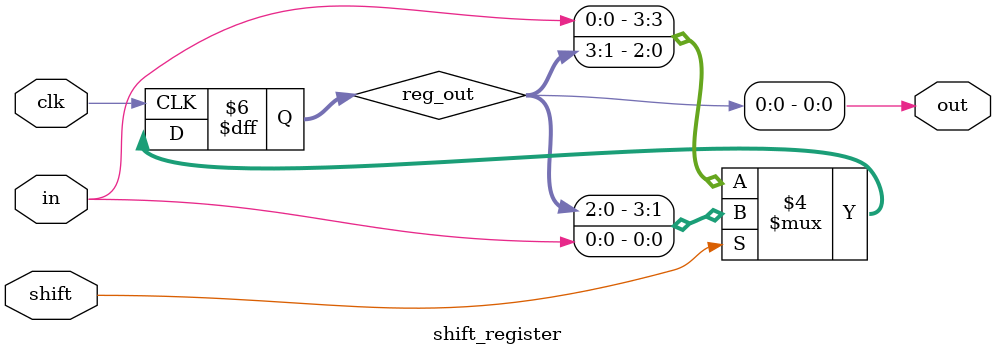
<source format=v>
module shift_register(
    input clk, 
    input shift, 
    input in,
    output reg out
);
  reg [3:0] reg_out;

  always @(posedge clk) begin
    if (shift) begin
      reg_out <= {reg_out[2:0], in};
    end else begin
      reg_out <= {in, reg_out[3:1]};
    end
  end

  always @*
    out = reg_out[0];
endmodule
</source>
